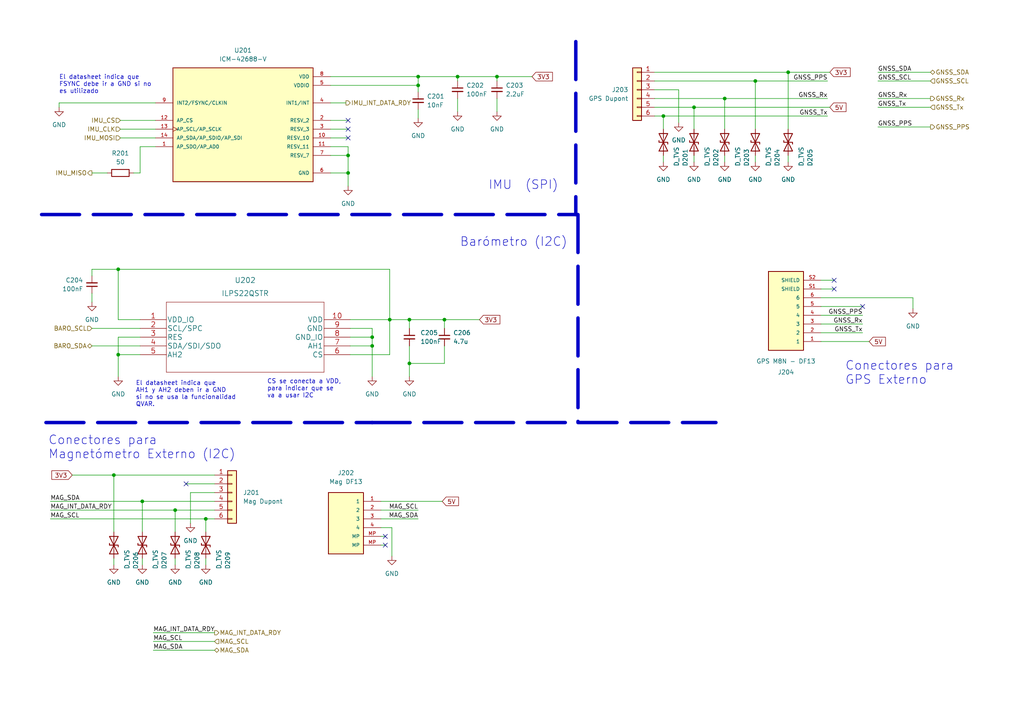
<source format=kicad_sch>
(kicad_sch (version 20211123) (generator eeschema)
  (paper "A4")
  (lib_symbols
    (symbol "Connector_Generic:Conn_01x06" (pin_names (offset 1.016) hide)
      (property "Reference" "J" (at 0 7.62 0))
      (property "Value" "Conn_01x06" (at 0 -10.16 0))
      (symbol "Conn_01x06_1_1"
        (rectangle (start -1.27 -7.493) (end 0 -7.747) (stroke (width 0.1524)))
        (rectangle (start -1.27 -4.953) (end 0 -5.207) (stroke (width 0.1524)))
        (rectangle (start -1.27 -2.413) (end 0 -2.667) (stroke (width 0.1524)))
        (rectangle (start -1.27 0.127) (end 0 -0.127) (stroke (width 0.1524)))
        (rectangle (start -1.27 2.667) (end 0 2.413) (stroke (width 0.1524)))
        (rectangle (start -1.27 5.207) (end 0 4.953) (stroke (width 0.1524)))
        (rectangle (start -1.27 6.35) (end 1.27 -8.89) (stroke (width 0.254)) (fill (type background)))
        (pin passive line (at -5.08 5.08 0) (length 3.81) (name "Pin_1") (number "1"))
        (pin passive line (at -5.08 2.54 0) (length 3.81) (name "Pin_2") (number "2"))
        (pin passive line (at -5.08 0 0) (length 3.81) (name "Pin_3") (number "3"))
        (pin passive line (at -5.08 -2.54 0) (length 3.81) (name "Pin_4") (number "4"))
        (pin passive line (at -5.08 -5.08 0) (length 3.81) (name "Pin_5") (number "5"))
        (pin passive line (at -5.08 -7.62 0) (length 3.81) (name "Pin_6") (number "6"))
      )
    )
    (symbol "DF13C-4P-1.25V(51):DF13C-4P-1.25V(51)" (pin_names (offset 1.016))
      (property "Reference" "J202" (at 0 18.415 0))
      (property "Value" "Mag DF13" (at 0 15.875 0))
      (symbol "DF13C-4P-1.25V(51)_0_0"
        (rectangle (start -5.08 12.7) (end 5.08 -5.08) (stroke (width 0.254)) (fill (type background)))
        (pin passive line (at -10.16 10.16 0) (length 5.08) (name "1") (number "1"))
        (pin passive line (at -10.16 7.62 0) (length 5.08) (name "2") (number "2"))
        (pin passive line (at -10.16 5.08 0) (length 5.08) (name "3") (number "3"))
        (pin passive line (at -10.16 2.54 0) (length 5.08) (name "4") (number "4"))
        (pin passive line (at -10.16 -2.54 0) (length 5.08) (name "MP") (number "MP"))
        (pin passive line (at -10.16 0 0) (length 5.08) (name "MP") (number "MP"))
      )
    )
    (symbol "DF13C-69-1.25v(51):DF13C-6P-1.25V(51)" (pin_names (offset 1.016))
      (property "Reference" "J204" (at 0 19.05 0))
      (property "Value" "GPS M8N - DF13" (at 0 15.875 0))
      (symbol "DF13C-6P-1.25V(51)_0_0"
        (rectangle (start -5.08 -10.16) (end 5.08 12.7) (stroke (width 0.254)) (fill (type background)))
        (pin passive line (at -10.16 10.16 0) (length 5.08) (name "1") (number "1"))
        (pin passive line (at -10.16 7.62 0) (length 5.08) (name "2") (number "2"))
        (pin passive line (at -10.16 5.08 0) (length 5.08) (name "3") (number "3"))
        (pin passive line (at -10.16 2.54 0) (length 5.08) (name "4") (number "4"))
        (pin passive line (at -10.16 0 0) (length 5.08) (name "5") (number "5"))
        (pin passive line (at -10.16 -2.54 0) (length 5.08) (name "6") (number "6"))
        (pin passive line (at -10.16 -5.08 0) (length 5.08) (name "SHIELD") (number "S1"))
        (pin passive line (at -10.16 -7.62 0) (length 5.08) (name "SHIELD") (number "S2"))
      )
    )
    (symbol "Device:C_Small" (pin_numbers hide) (pin_names (offset 0.254) hide)
      (property "Reference" "C" (at 0.254 1.778 0))
      (property "Value" "C_Small" (at 0.254 -2.032 0))
      (symbol "C_Small_0_1"
        (polyline (pts (xy -1.524 -0.508) (xy 1.524 -0.508)) (stroke (width 0.3302)))
        (polyline (pts (xy -1.524 0.508) (xy 1.524 0.508)) (stroke (width 0.3048)))
      )
      (symbol "C_Small_1_1"
        (pin passive line (at 0 2.54 270) (length 2.032) (name "~") (number "1"))
        (pin passive line (at 0 -2.54 90) (length 2.032) (name "~") (number "2"))
      )
    )
    (symbol "Device:D_TVS" (pin_numbers hide) (pin_names (offset 1.016) hide)
      (property "Reference" "D" (at 0 2.54 0))
      (property "Value" "D_TVS" (at 0 -2.54 0))
      (symbol "D_TVS_0_1"
        (polyline (pts (xy 1.27 0) (xy -1.27 0)))
        (polyline (pts (xy 0.508 1.27) (xy 0 1.27) (xy 0 -1.27) (xy -0.508 -1.27)) (stroke (width 0.254)))
        (polyline (pts (xy -2.54 1.27) (xy -2.54 -1.27) (xy 2.54 1.27) (xy 2.54 -1.27) (xy -2.54 1.27)) (stroke (width 0.254)))
      )
      (symbol "D_TVS_1_1"
        (pin passive line (at -3.81 0 0) (length 2.54) (name "A1") (number "1"))
        (pin passive line (at 3.81 0 180) (length 2.54) (name "A2") (number "2"))
      )
    )
    (symbol "Device:R" (pin_numbers hide) (pin_names (offset 0))
      (property "Reference" "R" (at 2.032 0 90))
      (property "Value" "R" (at 0 0 90))
      (symbol "R_0_1"
        (rectangle (start -1.016 -2.54) (end 1.016 2.54) (stroke (width 0.254)))
      )
      (symbol "R_1_1"
        (pin passive line (at 0 3.81 270) (length 1.27) (name "~") (number "1"))
        (pin passive line (at 0 -3.81 90) (length 1.27) (name "~") (number "2"))
      )
    )
    (symbol "ICM-42688-V:ICM-42688-V" (pin_names (offset 1.016))
      (property "Reference" "U" (at -20.32 16.002 0))
      (property "Value" "ICM-42688-V" (at -20.32 -20.32 0))
      (symbol "ICM-42688-V_0_0"
        (rectangle (start -20.32 -17.78) (end 20.32 15.24) (stroke (width 0.254)) (fill (type background)))
        (pin bidirectional line (at -25.4 -7.62 0) (length 5.08) (name "AP_SDO/AP_AD0") (number "1"))
        (pin passive line (at 25.4 -5.08 180) (length 5.08) (name "RESV_10") (number "10"))
        (pin passive line (at 25.4 -7.62 180) (length 5.08) (name "RESV_11") (number "11"))
        (pin input line (at -25.4 0 0) (length 5.08) (name "AP_CS") (number "12"))
        (pin input clock (at -25.4 -2.54 0) (length 5.08) (name "AP_SCL/AP_SCLK") (number "13"))
        (pin bidirectional line (at -25.4 -5.08 0) (length 5.08) (name "AP_SDA/AP_SDIO/AP_SDI") (number "14"))
        (pin passive line (at 25.4 0 180) (length 5.08) (name "RESV_2") (number "2"))
        (pin passive line (at 25.4 -2.54 180) (length 5.08) (name "RESV_3") (number "3"))
        (pin output line (at 25.4 5.08 180) (length 5.08) (name "INT1/INT") (number "4"))
        (pin power_in line (at 25.4 10.16 180) (length 5.08) (name "VDDIO") (number "5"))
        (pin power_in line (at 25.4 -15.24 180) (length 5.08) (name "GND") (number "6"))
        (pin passive line (at 25.4 -10.16 180) (length 5.08) (name "RESV_7") (number "7"))
        (pin power_in line (at 25.4 12.7 180) (length 5.08) (name "VDD") (number "8"))
        (pin bidirectional line (at -25.4 5.08 0) (length 5.08) (name "INT2/FSYNC/CLKIN") (number "9"))
      )
    )
    (symbol "ILPS22QSTR:ILPS22QSTR" (pin_names (offset 0.254))
      (property "Reference" "U" (at 30.48 10.16 0))
      (property "Value" "ILPS22QSTR" (at 30.48 7.62 0))
      (symbol "ILPS22QSTR_1_1"
        (polyline (pts (xy 7.62 -15.24) (xy 53.34 -15.24)) (stroke (width 0.127)))
        (polyline (pts (xy 7.62 5.08) (xy 7.62 -15.24)) (stroke (width 0.127)))
        (polyline (pts (xy 53.34 -15.24) (xy 53.34 5.08)) (stroke (width 0.127)))
        (polyline (pts (xy 53.34 5.08) (xy 7.62 5.08)) (stroke (width 0.127)))
        (pin power_in line (at 0 0 0) (length 7.62) (name "VDD_IO") (number "1"))
        (pin power_in line (at 60.96 0 180) (length 7.62) (name "VDD") (number "10"))
        (pin input line (at 0 -2.54 0) (length 7.62) (name "SCL/SPC") (number "2"))
        (pin power_in line (at 0 -5.08 0) (length 7.62) (name "RES") (number "3"))
        (pin bidirectional line (at 0 -7.62 0) (length 7.62) (name "SDA/SDI/SDO") (number "4"))
        (pin bidirectional line (at 0 -10.16 0) (length 7.62) (name "AH2") (number "5"))
        (pin unspecified line (at 60.96 -10.16 180) (length 7.62) (name "CS") (number "6"))
        (pin bidirectional line (at 60.96 -7.62 180) (length 7.62) (name "AH1") (number "7"))
        (pin power_in line (at 60.96 -5.08 180) (length 7.62) (name "GND_IO") (number "8"))
        (pin power_in line (at 60.96 -2.54 180) (length 7.62) (name "GND") (number "9"))
      )
    )
    (symbol "power:GND" (power) (pin_names (offset 0))
      (property "Value" "GND" (at 0 -3.81 0))
      (symbol "GND_0_1"
        (polyline (pts (xy 0 0) (xy 0 -1.27) (xy 1.27 -1.27) (xy 0 -2.54) (xy -1.27 -1.27) (xy 0 -1.27)))
      )
      (symbol "GND_1_1"
        (pin power_in line (at 0 0 270) (length 0) hide (name "GND") (number "1"))
      )
    )
  )
  (junction (at 100.965 50.165))
  (junction (at 219.075 23.495))
  (junction (at 113.03 92.71))
  (junction (at 118.745 105.41))
  (junction (at 128.905 92.71))
  (junction (at 132.715 22.225))
  (junction (at 210.185 28.575))
  (junction (at 201.295 31.115))
  (junction (at 107.95 100.33))
  (junction (at 118.745 92.71))
  (junction (at 144.145 22.225))
  (junction (at 107.95 97.79))
  (junction (at 59.69 150.495))
  (junction (at 50.8 147.955))
  (junction (at 34.29 78.105))
  (junction (at 192.405 33.655))
  (junction (at 121.285 24.765))
  (junction (at 41.275 145.415))
  (junction (at 121.285 22.225))
  (junction (at 34.29 102.87))
  (junction (at 33.02 137.795))
  (junction (at 100.965 45.085))
  (junction (at 228.6 20.955))
  (no_connect (at 241.935 81.28))
  (no_connect (at 111.76 158.115))
  (no_connect (at 100.965 34.925))
  (no_connect (at 100.965 40.005))
  (no_connect (at 111.76 155.575))
  (no_connect (at 250.19 88.9))
  (no_connect (at 53.975 140.335))
  (no_connect (at 100.965 37.465))
  (no_connect (at 241.935 83.82))
  (wire (pts (xy 121.285 22.225) (xy 132.715 22.225)))
  (wire (pts (xy 50.8 147.955) (xy 62.23 147.955)))
  (wire (pts (xy 59.69 150.495) (xy 62.23 150.495)))
  (wire (pts (xy 34.29 92.71) (xy 40.64 92.71)))
  (wire (pts (xy 107.95 95.25) (xy 107.95 97.79)))
  (wire (pts (xy 34.29 109.22) (xy 34.29 102.87)))
  (wire (pts (xy 95.885 45.085) (xy 100.965 45.085)))
  (polyline (pts (xy 167.64 62.23) (xy 167.64 122.555)) (stroke (width 1)))
  (wire (pts (xy 201.295 31.115) (xy 240.665 31.115)))
  (wire (pts (xy 40.64 97.79) (xy 34.29 97.79)))
  (wire (pts (xy 128.905 92.71) (xy 128.905 95.25)))
  (wire (pts (xy 101.6 102.87) (xy 113.03 102.87)))
  (wire (pts (xy 55.245 142.875) (xy 62.23 142.875)))
  (wire (pts (xy 26.67 100.33) (xy 40.64 100.33)))
  (wire (pts (xy 132.715 22.225) (xy 144.145 22.225)))
  (wire (pts (xy 210.185 45.085) (xy 210.185 46.99)))
  (wire (pts (xy 113.03 92.71) (xy 118.745 92.71)))
  (wire (pts (xy 101.6 95.25) (xy 107.95 95.25)))
  (wire (pts (xy 34.29 78.105) (xy 26.67 78.105)))
  (wire (pts (xy 121.285 22.225) (xy 121.285 24.765)))
  (wire (pts (xy 196.85 26.035) (xy 196.85 35.56)))
  (wire (pts (xy 26.67 78.105) (xy 26.67 80.01)))
  (wire (pts (xy 201.295 45.085) (xy 201.295 46.99)))
  (wire (pts (xy 41.275 145.415) (xy 62.23 145.415)))
  (wire (pts (xy 238.125 93.98) (xy 250.19 93.98)))
  (wire (pts (xy 34.925 40.005) (xy 45.085 40.005)))
  (wire (pts (xy 38.735 50.165) (xy 40.64 50.165)))
  (wire (pts (xy 228.6 20.955) (xy 228.6 37.465)))
  (wire (pts (xy 34.925 37.465) (xy 45.085 37.465)))
  (wire (pts (xy 121.285 31.75) (xy 121.285 34.29)))
  (wire (pts (xy 238.125 81.28) (xy 241.935 81.28)))
  (wire (pts (xy 254.635 31.115) (xy 269.875 31.115)))
  (wire (pts (xy 118.745 92.71) (xy 118.745 95.25)))
  (wire (pts (xy 34.29 97.79) (xy 34.29 102.87)))
  (wire (pts (xy 210.185 28.575) (xy 240.03 28.575)))
  (wire (pts (xy 95.885 24.765) (xy 121.285 24.765)))
  (wire (pts (xy 95.885 40.005) (xy 100.965 40.005)))
  (wire (pts (xy 34.29 78.105) (xy 113.03 78.105)))
  (wire (pts (xy 254.635 36.83) (xy 269.875 36.83)))
  (wire (pts (xy 132.715 28.575) (xy 132.715 32.385)))
  (wire (pts (xy 201.295 31.115) (xy 201.295 37.465)))
  (wire (pts (xy 107.95 100.33) (xy 107.95 109.22)))
  (wire (pts (xy 26.67 85.09) (xy 26.67 87.63)))
  (wire (pts (xy 34.29 102.87) (xy 40.64 102.87)))
  (wire (pts (xy 238.125 96.52) (xy 250.19 96.52)))
  (wire (pts (xy 192.405 33.655) (xy 192.405 37.465)))
  (wire (pts (xy 110.49 158.115) (xy 111.76 158.115)))
  (wire (pts (xy 110.49 147.955) (xy 121.285 147.955)))
  (wire (pts (xy 128.905 92.71) (xy 139.065 92.71)))
  (wire (pts (xy 219.075 23.495) (xy 240.03 23.495)))
  (wire (pts (xy 34.925 34.925) (xy 45.085 34.925)))
  (wire (pts (xy 254.635 28.575) (xy 269.875 28.575)))
  (wire (pts (xy 121.285 24.765) (xy 121.285 26.67)))
  (wire (pts (xy 100.965 50.165) (xy 100.965 53.975)))
  (wire (pts (xy 118.745 105.41) (xy 128.905 105.41)))
  (wire (pts (xy 118.745 105.41) (xy 118.745 109.22)))
  (wire (pts (xy 254.635 23.495) (xy 269.875 23.495)))
  (wire (pts (xy 238.125 88.9) (xy 250.19 88.9)))
  (wire (pts (xy 62.23 140.335) (xy 53.975 140.335)))
  (wire (pts (xy 189.865 23.495) (xy 219.075 23.495)))
  (wire (pts (xy 219.075 45.085) (xy 219.075 46.99)))
  (wire (pts (xy 107.95 100.33) (xy 101.6 100.33)))
  (wire (pts (xy 210.185 28.575) (xy 210.185 37.465)))
  (wire (pts (xy 101.6 97.79) (xy 107.95 97.79)))
  (wire (pts (xy 192.405 45.085) (xy 192.405 46.99)))
  (wire (pts (xy 14.605 150.495) (xy 59.69 150.495)))
  (wire (pts (xy 113.03 78.105) (xy 113.03 92.71)))
  (wire (pts (xy 55.245 142.875) (xy 55.245 151.765)))
  (wire (pts (xy 41.275 145.415) (xy 41.275 154.305)))
  (wire (pts (xy 107.95 97.79) (xy 107.95 100.33)))
  (wire (pts (xy 128.905 100.33) (xy 128.905 105.41)))
  (wire (pts (xy 59.69 150.495) (xy 59.69 154.305)))
  (wire (pts (xy 95.885 34.925) (xy 100.965 34.925)))
  (polyline (pts (xy 107.95 122.555) (xy 207.645 122.555)) (stroke (width 1)))
  (wire (pts (xy 228.6 45.085) (xy 228.6 46.99)))
  (wire (pts (xy 100.965 45.085) (xy 100.965 50.165)))
  (wire (pts (xy 45.085 29.845) (xy 17.145 29.845)))
  (wire (pts (xy 95.885 50.165) (xy 100.965 50.165)))
  (wire (pts (xy 113.665 153.035) (xy 113.665 161.29)))
  (wire (pts (xy 238.125 91.44) (xy 250.19 91.44)))
  (wire (pts (xy 189.865 31.115) (xy 201.295 31.115)))
  (wire (pts (xy 26.67 50.165) (xy 31.115 50.165)))
  (wire (pts (xy 238.125 83.82) (xy 241.935 83.82)))
  (wire (pts (xy 110.49 155.575) (xy 111.76 155.575)))
  (wire (pts (xy 113.03 102.87) (xy 113.03 92.71)))
  (wire (pts (xy 100.965 42.545) (xy 100.965 45.085)))
  (wire (pts (xy 95.885 37.465) (xy 100.965 37.465)))
  (wire (pts (xy 110.49 150.495) (xy 121.285 150.495)))
  (wire (pts (xy 40.64 42.545) (xy 40.64 50.165)))
  (wire (pts (xy 118.745 92.71) (xy 128.905 92.71)))
  (wire (pts (xy 144.145 22.225) (xy 154.305 22.225)))
  (wire (pts (xy 110.49 145.415) (xy 128.27 145.415)))
  (wire (pts (xy 44.45 188.595) (xy 62.23 188.595)))
  (wire (pts (xy 113.665 153.035) (xy 110.49 153.035)))
  (polyline (pts (xy 12.065 62.23) (xy 167.005 62.23)) (stroke (width 1)))
  (wire (pts (xy 20.955 137.795) (xy 33.02 137.795)))
  (wire (pts (xy 264.795 86.36) (xy 264.795 89.535)))
  (wire (pts (xy 192.405 33.655) (xy 189.865 33.655)))
  (wire (pts (xy 228.6 20.955) (xy 240.665 20.955)))
  (wire (pts (xy 44.45 183.515) (xy 62.23 183.515)))
  (wire (pts (xy 50.8 161.925) (xy 50.8 163.83)))
  (wire (pts (xy 189.865 20.955) (xy 228.6 20.955)))
  (wire (pts (xy 14.605 147.955) (xy 50.8 147.955)))
  (wire (pts (xy 196.85 26.035) (xy 189.865 26.035)))
  (wire (pts (xy 101.6 92.71) (xy 113.03 92.71)))
  (wire (pts (xy 41.275 161.925) (xy 41.275 163.83)))
  (wire (pts (xy 14.605 145.415) (xy 41.275 145.415)))
  (wire (pts (xy 33.02 137.795) (xy 33.02 154.305)))
  (polyline (pts (xy 13.335 122.555) (xy 107.95 122.555)) (stroke (width 1)))
  (wire (pts (xy 33.02 161.925) (xy 33.02 163.83)))
  (wire (pts (xy 189.865 28.575) (xy 210.185 28.575)))
  (wire (pts (xy 95.885 42.545) (xy 100.965 42.545)))
  (wire (pts (xy 254.635 20.955) (xy 269.875 20.955)))
  (wire (pts (xy 238.125 99.06) (xy 252.095 99.06)))
  (wire (pts (xy 45.085 42.545) (xy 40.64 42.545)))
  (wire (pts (xy 50.8 147.955) (xy 50.8 154.305)))
  (wire (pts (xy 192.405 33.655) (xy 240.03 33.655)))
  (polyline (pts (xy 167.005 12.065) (xy 167.005 62.23)) (stroke (width 1)))
  (wire (pts (xy 26.67 95.25) (xy 40.64 95.25)))
  (wire (pts (xy 132.715 22.225) (xy 132.715 23.495)))
  (wire (pts (xy 95.885 22.225) (xy 121.285 22.225)))
  (wire (pts (xy 219.075 23.495) (xy 219.075 37.465)))
  (wire (pts (xy 17.145 29.845) (xy 17.145 31.115)))
  (wire (pts (xy 118.745 100.33) (xy 118.745 105.41)))
  (wire (pts (xy 238.125 86.36) (xy 264.795 86.36)))
  (wire (pts (xy 144.145 28.575) (xy 144.145 32.385)))
  (wire (pts (xy 44.45 186.055) (xy 62.23 186.055)))
  (wire (pts (xy 34.29 92.71) (xy 34.29 78.105)))
  (wire (pts (xy 144.145 22.225) (xy 144.145 23.495)))
  (wire (pts (xy 59.69 161.925) (xy 59.69 163.83)))
  (wire (pts (xy 33.02 137.795) (xy 62.23 137.795)))
  (wire (pts (xy 95.885 29.845) (xy 100.33 29.845)))
  (text "IMU  (SPI)" (at 141.605 55.245 0) (effects (font (size 2.54 2.54)) (justify left bottom)))
  (text "Conectores para\nGPS Externo" (at 245.11 111.76 0) (effects (font (size 2.54 2.54)) (justify left bottom)))
  (text "El datasheet indica que\nAH1 y AH2 deben ir a GND\nsi no se usa la funcionalidad\nQVAR." (at 39.37 118.11 0) (effects (font (size 1.27 1.27)) (justify left bottom)))
  (text "El datasheet indica que \nFSYNC debe ir a GND si no\nes utilizado" (at 17.145 27.305 0) (effects (font (size 1.27 1.27)) (justify left bottom)))
  (text "CS se conecta a VDD,\npara indicar que se\nva a usar I2C" (at 77.47 115.57 0) (effects (font (size 1.27 1.27)) (justify left bottom)))
  (text "Conectores para\nMagnetómetro Externo (I2C)" (at 13.97 133.35 0) (effects (font (size 2.54 2.54)) (justify left bottom)))
  (text "Barómetro (I2C)" (at 133.35 71.755 0) (effects (font (size 2.54 2.54)) (justify left bottom)))
  (label "GNSS_PPS" (at 254.635 36.83 0))
  (label "GNSS_Rx" (at 250.19 93.98 180))
  (label "MAG_SCL" (at 14.605 150.495 0))
  (label "GNSS_Rx" (at 254.635 28.575 0))
  (label "MAG_INT_DATA_RDY" (at 44.45 183.515 0))
  (label "GNSS_Rx" (at 240.03 28.575 180))
  (label "GNSS_Tx" (at 254.635 31.115 0))
  (label "MAG_SDA" (at 121.285 150.495 180))
  (label "GNSS_Tx" (at 240.03 33.655 180))
  (label "GNSS_PPS" (at 250.19 91.44 180))
  (label "GNSS_Tx" (at 250.19 96.52 180))
  (label "GNSS_PPS" (at 240.03 23.495 180))
  (label "MAG_SDA" (at 44.45 188.595 0))
  (label "GNSS_SCL" (at 254.635 23.495 0))
  (label "MAG_SCL" (at 44.45 186.055 0))
  (label "GNSS_SDA" (at 254.635 20.955 0))
  (label "MAG_INT_DATA_RDY" (at 14.605 147.955 0))
  (label "MAG_SCL" (at 121.285 147.955 180))
  (label "MAG_SDA" (at 14.605 145.415 0))
  (global_label "5V" (shape input) (at 252.095 99.06 0) (property "Intersheet References" "${INTERSHEET_REFS}" (effects hide)))
  (global_label "3V3" (shape input) (at 139.065 92.71 0) (property "Intersheet References" "${INTERSHEET_REFS}" (effects hide)))
  (global_label "5V" (shape input) (at 240.665 31.115 0) (property "Intersheet References" "${INTERSHEET_REFS}" (effects hide)))
  (global_label "3V3" (shape input) (at 154.305 22.225 0) (property "Intersheet References" "${INTERSHEET_REFS}" (effects hide)))
  (global_label "5V" (shape input) (at 128.27 145.415 0) (property "Intersheet References" "${INTERSHEET_REFS}" (effects hide)))
  (global_label "3V3" (shape input) (at 20.955 137.795 180) (property "Intersheet References" "${INTERSHEET_REFS}" (effects hide)))
  (global_label "3V3" (shape input) (at 240.665 20.955 0) (property "Intersheet References" "${INTERSHEET_REFS}" (effects hide)))
  (hierarchical_label "GNSS_PPS" (shape output) (at 269.875 36.83 0))
  (hierarchical_label "IMU_CS" (shape input) (at 34.925 34.925 180))
  (hierarchical_label "IMU_MOSI" (shape input) (at 34.925 40.005 180))
  (hierarchical_label "BARO_SCL" (shape input) (at 26.67 95.25 180))
  (hierarchical_label "MAG_SDA" (shape bidirectional) (at 62.23 188.595 0))
  (hierarchical_label "GNSS_Tx" (shape input) (at 269.875 31.115 0))
  (hierarchical_label "GNSS_Rx" (shape output) (at 269.875 28.575 0))
  (hierarchical_label "GNSS_SDA" (shape bidirectional) (at 269.875 20.955 0))
  (hierarchical_label "IMU_INT_DATA_RDY" (shape output) (at 100.33 29.845 0))
  (hierarchical_label "GNSS_SCL" (shape input) (at 269.875 23.495 0))
  (hierarchical_label "MAG_SCL" (shape input) (at 62.23 186.055 0))
  (hierarchical_label "IMU_CLK" (shape input) (at 34.925 37.465 180))
  (hierarchical_label "BARO_SDA" (shape bidirectional) (at 26.67 100.33 180))
  (hierarchical_label "IMU_MISO" (shape output) (at 26.67 50.165 180))
  (hierarchical_label "MAG_INT_DATA_RDY" (shape output) (at 62.23 183.515 0))
  (symbol (lib_id "power:GND") (at 132.715 32.385 0) (unit 1)
    (property "Reference" "#PWR0105" (effects hide))
    (property "Value" "GND" (at 132.715 37.465 0))
  )
  (symbol (lib_id "power:GND") (at 107.95 109.22 0) (unit 1)
    (property "Reference" "#PWR0113" (effects hide))
    (property "Value" "GND" (at 107.95 114.3 0))
  )
  (symbol (lib_id "power:GND") (at 118.745 109.22 0) (unit 1)
    (property "Reference" "#PWR0109" (effects hide))
    (property "Value" "GND" (at 118.745 114.3 0))
  )
  (symbol (lib_id "Device:C_Small") (at 128.905 97.79 0) (unit 1)
    (property "Reference" "C206" (at 131.445 96.5262 0) (effects (justify left)))
    (property "Value" "4.7u" (at 131.445 99.0662 0) (effects (justify left)))
    (property "Footprint" "Capacitor_SMD:C_0805_2012Metric_Pad1.18x1.45mm_HandSolder" (effects hide))
  )
  (symbol (lib_id "DF13C-4P-1.25V(51):DF13C-4P-1.25V(51)") (at 100.33 155.575 0) (mirror y) (unit 1)
    (property "Reference" "J202" (at 100.33 137.16 0))
    (property "Value" "Mag DF13" (at 100.33 139.7 0))
    (property "Footprint" "Connector_Hirose:Hirose_DF13C_CL535-0404-8-51_1x04-1MP_P1.25mm_Vertical" (effects hide))
    (property "PARTREV" "N/A" (effects hide))
    (property "STANDARD" "Manufacturer Recommendations" (effects hide))
    (property "MAXIMUM_PACKAGE_HEIGHT" "5.1mm" (effects hide))
    (property "MANUFACTURER" "Hirose Electric" (effects hide))
  )
  (symbol (lib_id "power:GND") (at 196.85 35.56 0) (mirror y) (unit 1)
    (property "Reference" "#PWR0110" (effects hide))
    (property "Value" "GND" (at 196.85 40.64 0))
  )
  (symbol (lib_id "DF13C-69-1.25v(51):DF13C-6P-1.25V(51)") (at 227.965 88.9 180) (unit 1)
    (property "Reference" "J204" (at 227.965 107.95 0))
    (property "Value" "GPS M8N - DF13" (at 227.965 104.775 0))
    (property "Footprint" "DF13C-6P-1.25V(51):HIROSE_DF13C-6P-1.25V(51)" (effects hide))
    (property "PARTREV" "N/A" (effects hide))
    (property "STANDARD" "Manufacturer Recommendations" (effects hide))
    (property "MAXIMUM_PACKAGE_HEIGHT" "5.1mm" (effects hide))
    (property "MANUFACTURER" "Hirose Electric" (effects hide))
  )
  (symbol (lib_id "Device:D_TVS") (at 50.8 158.115 90) (unit 1)
    (property "Reference" "D208" (at 57.15 165.1 0) (effects (justify left)))
    (property "Value" "D_TVS" (at 54.61 165.1 0) (effects (justify left)))
    (property "Footprint" "Diode_SMD:D_0402_1005Metric_Pad0.77x0.64mm_HandSolder" (effects hide))
  )
  (symbol (lib_id "Connector_Generic:Conn_01x06") (at 184.785 26.035 0) (mirror y) (unit 1)
    (property "Reference" "J203" (at 182.245 26.0349 0) (effects (justify left)))
    (property "Value" "GPS Dupont" (at 182.245 28.5749 0) (effects (justify left)))
    (property "Footprint" "Connector_PinHeader_2.54mm:PinHeader_2x03_P2.54mm_Horizontal" (effects hide))
  )
  (symbol (lib_id "power:GND") (at 219.075 46.99 0) (mirror y) (unit 1)
    (property "Reference" "#PWR?" (effects hide))
    (property "Value" "GND" (at 219.075 52.07 0))
  )
  (symbol (lib_id "ICM-42688-V:ICM-42688-V") (at 70.485 34.925 0) (unit 1)
    (property "Reference" "U201" (at 70.485 14.605 0))
    (property "Value" "ICM-42688-V" (at 70.485 17.145 0))
    (property "Footprint" "ICM-42688-V:PQFN50P300X250X97-14N" (effects hide))
    (property "MF" "TDK InvenSense" (effects hide))
    (property "Description" "Accelerometer, Gyroscope, 6 Axis Sensor Output" (effects hide))
    (property "Price" "None" (effects hide))
    (property "Purchase-URL" "https://pricing.snapeda.com/search/part/ICM-42688-V/?ref=eda" (effects hide))
    (property "Availability" "In Stock" (effects hide))
    (property "Package" "Package TDK - InvenSense" (effects hide))
    (property "MP" "ICM-42688-V" (effects hide))
  )
  (symbol (lib_id "ILPS22QSTR:ILPS22QSTR") (at 40.64 92.71 0) (unit 1)
    (property "Reference" "U202" (at 71.12 81.28 0) (effects (font (size 1.524 1.524))))
    (property "Value" "ILPS22QSTR" (at 71.12 85.09 0) (effects (font (size 1.524 1.524))))
    (property "Footprint" "ILPS22QSTR:ILPS22QSTR" (effects hide))
  )
  (symbol (lib_id "power:GND") (at 33.02 163.83 0) (mirror y) (unit 1)
    (property "Reference" "#PWR?" (effects hide))
    (property "Value" "GND" (at 33.02 168.91 0))
  )
  (symbol (lib_id "power:GND") (at 264.795 89.535 0) (unit 1)
    (property "Reference" "#PWR0108" (effects hide))
    (property "Value" "GND" (at 264.795 94.615 0))
  )
  (symbol (lib_id "Device:C_Small") (at 144.145 26.035 0) (unit 1)
    (property "Reference" "C203" (at 146.685 24.7712 0) (effects (justify left)))
    (property "Value" "2.2uF" (at 146.685 27.3112 0) (effects (justify left)))
    (property "Footprint" "Capacitor_SMD:C_0603_1608Metric_Pad1.08x0.95mm_HandSolder" (effects hide))
  )
  (symbol (lib_id "power:GND") (at 192.405 46.99 0) (mirror y) (unit 1)
    (property "Reference" "#PWR?" (effects hide))
    (property "Value" "GND" (at 192.405 52.07 0))
  )
  (symbol (lib_id "Device:D_TVS") (at 41.275 158.115 90) (unit 1)
    (property "Reference" "D207" (at 47.625 165.1 0) (effects (justify left)))
    (property "Value" "D_TVS" (at 45.085 165.1 0) (effects (justify left)))
    (property "Footprint" "Diode_SMD:D_0402_1005Metric_Pad0.77x0.64mm_HandSolder" (effects hide))
  )
  (symbol (lib_id "Device:C_Small") (at 132.715 26.035 0) (unit 1)
    (property "Reference" "C202" (at 135.255 24.7712 0) (effects (justify left)))
    (property "Value" "100nF" (at 135.255 27.3112 0) (effects (justify left)))
    (property "Footprint" "Capacitor_SMD:C_0402_1005Metric_Pad0.74x0.62mm_HandSolder" (effects hide))
  )
  (symbol (lib_id "Device:D_TVS") (at 33.02 158.115 90) (unit 1)
    (property "Reference" "D206" (at 39.37 165.1 0) (effects (justify left)))
    (property "Value" "D_TVS" (at 36.83 165.1 0) (effects (justify left)))
    (property "Footprint" "Diode_SMD:D_0402_1005Metric_Pad0.77x0.64mm_HandSolder" (effects hide))
  )
  (symbol (lib_id "Connector_Generic:Conn_01x06") (at 67.31 142.875 0) (unit 1)
    (property "Reference" "J201" (at 70.485 142.8749 0) (effects (justify left)))
    (property "Value" "Mag Dupont" (at 70.485 145.4149 0) (effects (justify left)))
    (property "Footprint" "Connector_PinHeader_2.54mm:PinHeader_2x03_P2.54mm_Horizontal" (effects hide))
  )
  (symbol (lib_id "Device:C_Small") (at 26.67 82.55 0) (mirror x) (unit 1)
    (property "Reference" "C204" (at 24.13 81.2735 0) (effects (justify right)))
    (property "Value" "100nF" (at 24.13 83.8135 0) (effects (justify right)))
    (property "Footprint" "Capacitor_SMD:C_0402_1005Metric_Pad0.74x0.62mm_HandSolder" (effects hide))
  )
  (symbol (lib_id "power:GND") (at 210.185 46.99 0) (mirror y) (unit 1)
    (property "Reference" "#PWR?" (effects hide))
    (property "Value" "GND" (at 210.185 52.07 0))
  )
  (symbol (lib_id "power:GND") (at 55.245 151.765 0) (unit 1)
    (property "Reference" "#PWR0107" (effects hide))
    (property "Value" "GND" (at 55.245 156.845 0))
  )
  (symbol (lib_id "Device:R") (at 34.925 50.165 90) (unit 1)
    (property "Reference" "R201" (at 34.925 44.45 90))
    (property "Value" "50" (at 34.925 46.99 90))
    (property "Footprint" "Resistor_SMD:R_0402_1005Metric_Pad0.72x0.64mm_HandSolder" (effects hide))
  )
  (symbol (lib_id "power:GND") (at 228.6 46.99 0) (mirror y) (unit 1)
    (property "Reference" "#PWR?" (effects hide))
    (property "Value" "GND" (at 228.6 52.07 0))
  )
  (symbol (lib_id "Device:C_Small") (at 121.285 29.21 0) (unit 1)
    (property "Reference" "C201" (at 123.825 27.9462 0) (effects (justify left)))
    (property "Value" "10nF" (at 123.825 30.4862 0) (effects (justify left)))
    (property "Footprint" "Capacitor_SMD:C_0402_1005Metric_Pad0.74x0.62mm_HandSolder" (effects hide))
  )
  (symbol (lib_id "Device:D_TVS") (at 210.185 41.275 90) (unit 1)
    (property "Reference" "D203" (at 216.535 48.26 0) (effects (justify left)))
    (property "Value" "D_TVS" (at 213.995 48.26 0) (effects (justify left)))
    (property "Footprint" "Diode_SMD:D_0402_1005Metric_Pad0.77x0.64mm_HandSolder" (effects hide))
  )
  (symbol (lib_id "power:GND") (at 17.145 31.115 0) (unit 1)
    (property "Reference" "#PWR0111" (effects hide))
    (property "Value" "GND" (at 17.145 36.195 0))
  )
  (symbol (lib_id "power:GND") (at 50.8 163.83 0) (mirror y) (unit 1)
    (property "Reference" "#PWR?" (effects hide))
    (property "Value" "GND" (at 50.8 168.91 0))
  )
  (symbol (lib_id "power:GND") (at 144.145 32.385 0) (unit 1)
    (property "Reference" "#PWR0106" (effects hide))
    (property "Value" "GND" (at 144.145 37.465 0))
  )
  (symbol (lib_id "Device:D_TVS") (at 59.69 158.115 90) (unit 1)
    (property "Reference" "D209" (at 66.04 165.1 0) (effects (justify left)))
    (property "Value" "D_TVS" (at 63.5 165.1 0) (effects (justify left)))
    (property "Footprint" "Diode_SMD:D_0402_1005Metric_Pad0.77x0.64mm_HandSolder" (effects hide))
  )
  (symbol (lib_id "power:GND") (at 100.965 53.975 0) (unit 1)
    (property "Reference" "#PWR0114" (effects hide))
    (property "Value" "GND" (at 100.965 59.055 0))
  )
  (symbol (lib_id "Device:D_TVS") (at 192.405 41.275 90) (unit 1)
    (property "Reference" "D201" (at 198.755 48.26 0) (effects (justify left)))
    (property "Value" "D_TVS" (at 196.215 48.26 0) (effects (justify left)))
    (property "Footprint" "Diode_SMD:D_0402_1005Metric_Pad0.77x0.64mm_HandSolder" (effects hide))
  )
  (symbol (lib_id "power:GND") (at 121.285 34.29 0) (unit 1)
    (property "Reference" "#PWR0115" (effects hide))
    (property "Value" "GND" (at 121.285 39.37 0))
  )
  (symbol (lib_id "Device:D_TVS") (at 219.075 41.275 90) (unit 1)
    (property "Reference" "D204" (at 225.425 48.26 0) (effects (justify left)))
    (property "Value" "D_TVS" (at 222.885 48.26 0) (effects (justify left)))
    (property "Footprint" "Diode_SMD:D_0402_1005Metric_Pad0.77x0.64mm_HandSolder" (effects hide))
  )
  (symbol (lib_id "power:GND") (at 113.665 161.29 0) (unit 1)
    (property "Reference" "#PWR0116" (effects hide))
    (property "Value" "GND" (at 113.665 166.37 0))
  )
  (symbol (lib_id "Device:D_TVS") (at 228.6 41.275 90) (unit 1)
    (property "Reference" "D205" (at 234.95 48.26 0) (effects (justify left)))
    (property "Value" "D_TVS" (at 232.41 48.26 0) (effects (justify left)))
    (property "Footprint" "Diode_SMD:D_0402_1005Metric_Pad0.77x0.64mm_HandSolder" (effects hide))
  )
  (symbol (lib_id "power:GND") (at 34.29 109.22 0) (unit 1)
    (property "Reference" "#PWR0112" (effects hide))
    (property "Value" "GND" (at 34.29 114.3 0))
  )
  (symbol (lib_id "Device:D_TVS") (at 201.295 41.275 90) (unit 1)
    (property "Reference" "D202" (at 207.645 48.26 0) (effects (justify left)))
    (property "Value" "D_TVS" (at 205.105 48.26 0) (effects (justify left)))
    (property "Footprint" "Diode_SMD:D_0402_1005Metric_Pad0.77x0.64mm_HandSolder" (effects hide))
  )
  (symbol (lib_id "Device:C_Small") (at 118.745 97.79 0) (unit 1)
    (property "Reference" "C205" (at 121.92 96.5262 0) (effects (justify left)))
    (property "Value" "100nF" (at 121.92 99.0662 0) (effects (justify left)))
    (property "Footprint" "Capacitor_SMD:C_0402_1005Metric_Pad0.74x0.62mm_HandSolder" (effects hide))
  )
  (symbol (lib_id "power:GND") (at 26.67 87.63 0) (unit 1)
    (property "Reference" "#PWR01" (effects hide))
    (property "Value" "GND" (at 26.67 92.71 0))
  )
  (symbol (lib_id "power:GND") (at 201.295 46.99 0) (mirror y) (unit 1)
    (property "Reference" "#PWR?" (effects hide))
    (property "Value" "GND" (at 201.295 52.07 0))
  )
  (symbol (lib_id "power:GND") (at 41.275 163.83 0) (mirror y) (unit 1)
    (property "Reference" "#PWR?" (effects hide))
    (property "Value" "GND" (at 41.275 168.91 0))
  )
  (symbol (lib_id "power:GND") (at 59.69 163.83 0) (mirror y) (unit 1)
    (property "Reference" "#PWR?" (effects hide))
    (property "Value" "GND" (at 59.69 168.91 0))
  )
)
</source>
